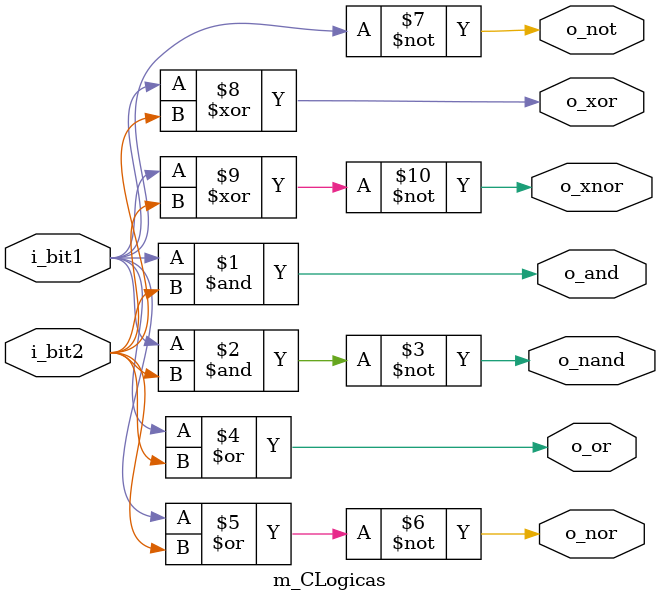
<source format=v>
module m_CLogicas (
    input  i_bit1,
    input  i_bit2,
    output o_and,
    output o_nand,
    output o_or,
    output o_nor,
    output o_not,
    output o_xor,
    output o_xnor
);
    assign o_and  = i_bit1 & i_bit2;
    assign o_nand = ~(i_bit1 & i_bit2);
    assign o_or   = i_bit1 | i_bit2;
    assign o_nor  = ~(i_bit1 | i_bit2);
    assign o_not  = ~i_bit1; 
    assign o_xor  = i_bit1 ^ i_bit2;
    assign o_xnor = ~(i_bit1 ^ i_bit2);
endmodule

</source>
